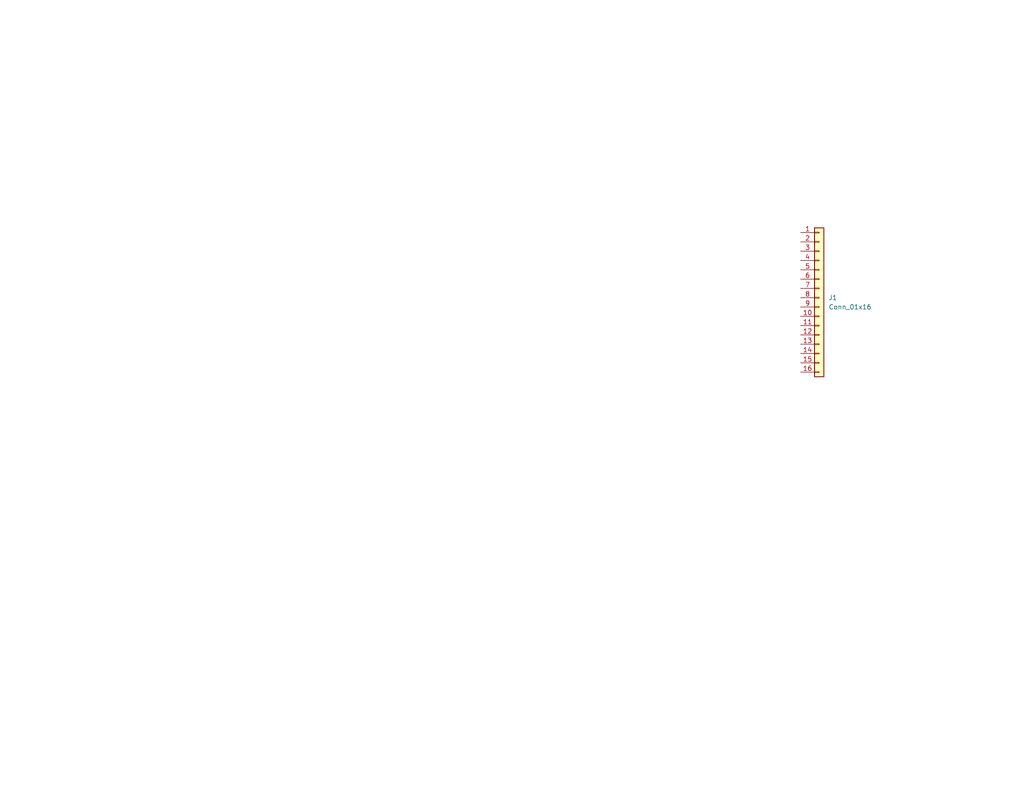
<source format=kicad_sch>
(kicad_sch (version 20230121) (generator eeschema)
  (paper "USLetter")
  (title_block (title "RPI 5 PCIE"))
  (lib_symbols
    (symbol "Connector_Generic:Conn_01x16" (pin_names (offset 1.016) hide)
      (property "Reference" "J" (at 0 20.32 0))
      (property "Value" "Conn_01x16" (at 0 -22.86 0))
      (symbol "Conn_01x16_1_1"
        (rectangle (start -1.27 -20.193) (end 0 -20.447) (stroke (width 0.1524)))
        (rectangle (start -1.27 -17.653) (end 0 -17.907) (stroke (width 0.1524)))
        (rectangle (start -1.27 -15.113) (end 0 -15.367) (stroke (width 0.1524)))
        (rectangle (start -1.27 -12.573) (end 0 -12.827) (stroke (width 0.1524)))
        (rectangle (start -1.27 -10.033) (end 0 -10.287) (stroke (width 0.1524)))
        (rectangle (start -1.27 -7.493) (end 0 -7.747) (stroke (width 0.1524)))
        (rectangle (start -1.27 -4.953) (end 0 -5.207) (stroke (width 0.1524)))
        (rectangle (start -1.27 -2.413) (end 0 -2.667) (stroke (width 0.1524)))
        (rectangle (start -1.27 0.127) (end 0 -0.127) (stroke (width 0.1524)))
        (rectangle (start -1.27 2.667) (end 0 2.413) (stroke (width 0.1524)))
        (rectangle (start -1.27 5.207) (end 0 4.953) (stroke (width 0.1524)))
        (rectangle (start -1.27 7.747) (end 0 7.493) (stroke (width 0.1524)))
        (rectangle (start -1.27 10.287) (end 0 10.033) (stroke (width 0.1524)))
        (rectangle (start -1.27 12.827) (end 0 12.573) (stroke (width 0.1524)))
        (rectangle (start -1.27 15.367) (end 0 15.113) (stroke (width 0.1524)))
        (rectangle (start -1.27 17.907) (end 0 17.653) (stroke (width 0.1524)))
        (rectangle (start -1.27 19.05) (end 1.27 -21.59) (stroke (width 0.254)) (fill (type background)))
        (pin passive line (at -5.08 17.78 0) (length 3.81) (name "Pin_1") (number "1"))
        (pin passive line (at -5.08 -5.08 0) (length 3.81) (name "Pin_10") (number "10"))
        (pin passive line (at -5.08 -7.62 0) (length 3.81) (name "Pin_11") (number "11"))
        (pin passive line (at -5.08 -10.16 0) (length 3.81) (name "Pin_12") (number "12"))
        (pin passive line (at -5.08 -12.7 0) (length 3.81) (name "Pin_13") (number "13"))
        (pin passive line (at -5.08 -15.24 0) (length 3.81) (name "Pin_14") (number "14"))
        (pin passive line (at -5.08 -17.78 0) (length 3.81) (name "Pin_15") (number "15"))
        (pin passive line (at -5.08 -20.32 0) (length 3.81) (name "Pin_16") (number "16"))
        (pin passive line (at -5.08 15.24 0) (length 3.81) (name "Pin_2") (number "2"))
        (pin passive line (at -5.08 12.7 0) (length 3.81) (name "Pin_3") (number "3"))
        (pin passive line (at -5.08 10.16 0) (length 3.81) (name "Pin_4") (number "4"))
        (pin passive line (at -5.08 7.62 0) (length 3.81) (name "Pin_5") (number "5"))
        (pin passive line (at -5.08 5.08 0) (length 3.81) (name "Pin_6") (number "6"))
        (pin passive line (at -5.08 2.54 0) (length 3.81) (name "Pin_7") (number "7"))
        (pin passive line (at -5.08 0 0) (length 3.81) (name "Pin_8") (number "8"))
        (pin passive line (at -5.08 -2.54 0) (length 3.81) (name "Pin_9") (number "9"))
      )
    )
  )
  (symbol (lib_id "Connector_Generic:Conn_01x16") (at 223.52 81.28 0) (unit 1)
    (property "Reference" "J1" (at 226.06 81.28 0) (effects (justify left)))
    (property "Value" "Conn_01x16" (at 226.06 83.82 0) (effects (justify left)))
  )
)
</source>
